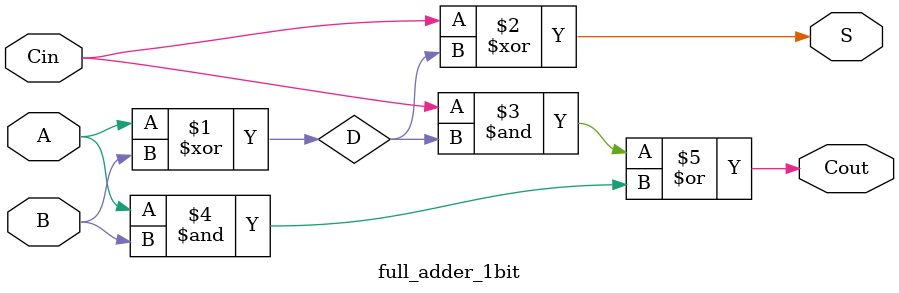
<source format=v>
module full_adder_1bit (A, B, Cin, S, Cout);
    input A, B, Cin;
    output S, Cout;
    wire D;

    assign D = A ^ B;
    assign S = Cin ^ D;
    assign Cout = (Cin & D) | (A & B);
    

endmodule
</source>
